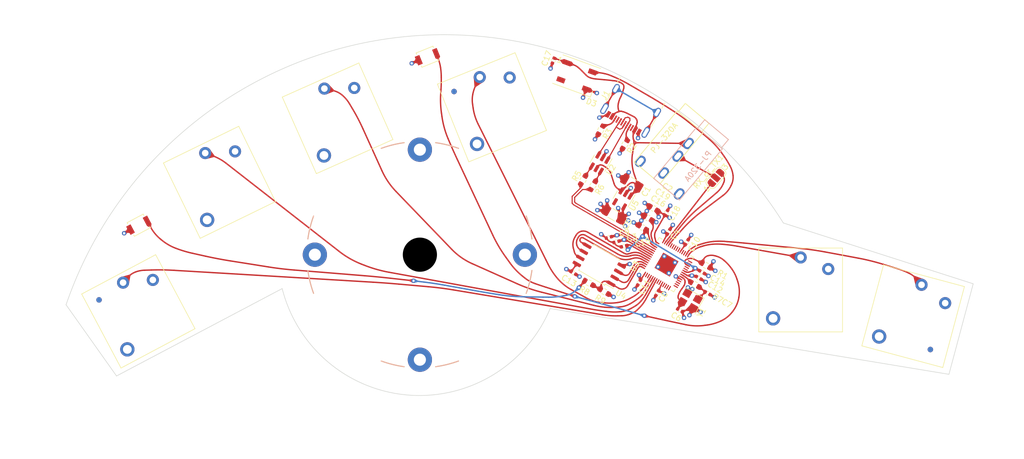
<source format=kicad_pcb>
(kicad_pcb (version 20221018) (generator pcbnew)
  (layers (0 "F.Cu" signal) (1 "In1.Cu" signal) (2 "In2.Cu" signal) (31 "B.Cu" signal) (34 "B.Paste" user) (35 "F.Paste" user) (36 "B.SilkS" user "B.Silkscreen") (37 "F.SilkS" user "F.Silkscreen") (38 "B.Mask" user) (39 "F.Mask" user) (44 "Edge.Cuts" user))
  (net 0 "")
  (net 1 "GND")
  (net 2 "BOOT")
  (net 3 "VBUS")
  (net 4 "+3V3")
  (net 5 "Net-(U3-XIN)")
  (net 6 "Net-(C7-Pad2)")
  (net 7 "+1V1")
  (net 9 "STATUS_LED")
  (net 10 "INDEX")
  (net 11 "MIDDLE")
  (net 12 "PINKY")
  (net 13 "RUN")
  (net 14 "USB_D+")
  (net 15 "USB_FIL_D+")
  (net 16 "USB_D-")
  (net 17 "USB_FIL_D-")
  (net 18 "Net-(U3-XOUT)")
  (net 19 "QSPI_~{SS}")
  (net 20 "RING")
  (net 21 "TFAR")
  (net 22 "TNEAR")
  (net 23 "USB_RAW_D-")
  (net 24 "USB_RAW_D+")
  (net 43 "QSPI_SD3")
  (net 44 "QSPI_SCLK")
  (net 45 "QSPI_SD0")
  (net 46 "QSPI_SD2")
  (net 47 "QSPI_SD1")
  (net 49 "Net-(RX_or_TX1-C)")
  (net 50 "UART0_RX")
  (net 51 "UART0_TX")
  (net 52 "unconnected-(J1-SHIELD-PadS1)")
  (net 57 "Net-(J1-CC2)")
  (net 58 "Net-(J1-CC1)")
  (footprint "Button_Switch_SMD:SW_SPST_B3U-1000P" (layer "F.Cu") (at 44.01 60.65 28)
    (fp_text reference "BOOT1" hide)
    (fp_text value "TACT")
  )
  (footprint "Capacitor_SMD:C_0402_1005Metric" (layer "F.Cu") (at 146.178615 69.162504 -30)
    (fp_text reference "C14")
    (fp_text value "100n")
  )
  (footprint "Capacitor_SMD:C_0402_1005Metric" (layer "F.Cu") (at 138.050897 72.970001 -120)
    (fp_text reference "C8")
    (fp_text value "100n")
  )
  (footprint "Capacitor_SMD:C_0402_1005Metric" (layer "F.Cu") (at 147.203486 72.987376 150)
    (fp_text reference "C7")
    (fp_text value "15p")
  )
  (footprint "Capacitor_SMD:C_0402_1005Metric" (layer "F.Cu") (at 145.578615 70.201735 -30)
    (fp_text reference "C12")
    (fp_text value "100n")
  )
  (footprint "Capacitor_SMD:C_0402_1005Metric" (layer "F.Cu") (at 129.263363 62.86058 -165)
    (fp_text reference "C9")
    (fp_text value "100n")
  )
  (footprint "Capacitor_SMD:C_0402_1005Metric" (layer "F.Cu") (at 122.84414 69.311956 -30)
    (fp_text reference "C13")
    (fp_text value "100n")
  )
  (footprint "Resistor_SMD:R_0603_1608Metric" (layer "F.Cu") (at 126.4 53.4625 -120)
    (fp_text reference "R6")
    (fp_text value "27R")
  )
  (footprint "PCM_Switch_Keyboard_Kailh:SW_Kailh_Choc_V1V2_1.00u" (layer "F.Cu") (at 164.073034 72.4)
    (fp_text reference "TNEAR1" hide)
    (fp_text value "SW")
  )
  (footprint "Capacitor_SMD:C_0402_1005Metric" (layer "F.Cu") (at 132.034644 64.46058 -165)
    (fp_text reference "C15")
    (fp_text value "100n")
  )
  (footprint "Resistor_SMD:R_0603_1608Metric" (layer "F.Cu") (at 144.878615 71.41417 150)
    (fp_text reference "R7")
    (fp_text value "1k")
  )
  (footprint "PCM_Switch_Keyboard_Kailh:SW_Kailh_Choc_V1V2_1.00u" (layer "F.Cu") (at 108.073034 39.261558 22)
    (fp_text reference "INDEX1" hide)
    (fp_text value "SW")
  )
  (footprint "Capacitor_SMD:C_0603_1608Metric" (layer "F.Cu") (at 136.373876 59.344813 150)
    (fp_text reference "C19")
    (fp_text value "1u")
  )
  (footprint "Capacitor_SMD:C_0402_1005Metric" (layer "F.Cu") (at 142.178615 76.090707 150)
    (fp_text reference "C6")
    (fp_text value "15p")
  )
  (footprint "Resistor_SMD:R_0603_1608Metric" (layer "F.Cu") (at 125.644141 71.111957 -30)
    (fp_text reference "R8")
    (fp_text value "1k")
  )
  (footprint "PCM_Switch_Keyboard_Kailh:SW_Kailh_Choc_V1V2_1.00u" (layer "F.Cu") (at 58.644874 52.868831 26)
    (fp_text reference "RING1" hide)
    (fp_text value "SW")
  )
  (footprint "Capacitor_SMD:C_1206_3216Metric" (layer "F.Cu") (at 130.146386 58.759275 150)
    (fp_text reference "C5")
    (fp_text value "1u")
  )
  (footprint "PCM_Switch_Keyboard_Kailh:SW_Kailh_Choc_V1V2_1.00u" (layer "F.Cu") (at 80.073034 41.261558 24)
    (fp_text reference "MIDDLE1" hide)
    (fp_text value "SW")
  )
  (footprint "LED_SMD:LED_WS2812B_PLCC4_5.0x5.0mm_P3.2mm" (layer "F.Cu") (at 123.44 33.57 -20)
    (fp_text reference "D3")
    (fp_text value "WS2812B")
  )
  (footprint "Resistor_SMD:R_0603_1608Metric" (layer "F.Cu") (at 124.6 52.4625 -120)
    (fp_text reference "R5")
    (fp_text value "27R")
  )
  (footprint "tinykeys:dualfiducial" (layer "F.Cu") (at 187.6 83.2)
    (fp_text reference "FID3" hide)
    (fp_text value "Fiducial")
  )
  (footprint "tinykeys:dualfiducial" (layer "F.Cu") (at 36.8 74.2)
    (fp_text reference "FID1" hide)
    (fp_text value "Fiducial")
  )
  (footprint "PCM_Switch_Keyboard_Kailh:SW_Kailh_Choc_V1V2_1.00u" (layer "F.Cu") (at 184.473034 77.161558 -15)
    (fp_text reference "TFAR1" hide)
    (fp_text value "SW")
  )
  (footprint "Capacitor_SMD:C_1206_3216Metric" (layer "F.Cu") (at 133.446386 53.043508 150)
    (fp_text reference "C1")
    (fp_text value "DNP")
  )
  (footprint "Package_TO_SOT_SMD:SOT-23-6" (layer "F.Cu") (at 127.6 49.4 -120)
    (fp_text reference "U2")
    (fp_text value "USBLC6-2SC6")
  )
  (footprint "Capacitor_SMD:C_0402_1005Metric" (layer "F.Cu") (at 130.649002 63.66058 -165)
    (fp_text reference "C3")
    (fp_text value "100n")
  )
  (footprint "tinykeys:dualfiducial" (layer "F.Cu") (at 101.2 36.4)
    (fp_text reference "FID2" hide)
    (fp_text value "Fiducial")
  )
  (footprint "Capacitor_SMD:C_0603_1608Metric" (layer "F.Cu") (at 137.373874 57.612762 150)
    (fp_text reference "C2")
    (fp_text value "1u")
  )
  (footprint "Capacitor_SMD:C_0402_1005Metric" (layer "F.Cu") (at 119.2 30.8 -110)
    (fp_text reference "C17")
    (fp_text value "100n")
  )
  (footprint "Capacitor_SMD:C_0603_1608Metric" (layer "F.Cu") (at 135.373874 61.076864 150)
    (fp_text reference "C16")
    (fp_text value "1u")
  )
  (footprint "Capacitor_SMD:C_0402_1005Metric" (layer "F.Cu") (at 143.420897 63.720001 60)
    (fp_text reference "C10")
    (fp_text value "100n")
  )
  (footprint "Resistor_SMD:R_0603_1608Metric" (layer "F.Cu") (at 128.444141 72.711956 150)
    (fp_text reference "R9")
    (fp_text value "10k")
  )
  (footprint "Package_SO:SOIC-8_5.23x5.23mm_P1.27mm" (layer "F.Cu") (at 127.535729 67.832932 150)
    (fp_text reference "U4")
    (fp_text value "W25Q128JVS")
  )
  (footprint "Capacitor_SMD:C_0402_1005Metric" (layer "F.Cu") (at 140.13 61.82 60)
    (fp_text reference "C4")
    (fp_text value "100n")
  )
  (footprint "tinykeys:TRRS-PJ-320A" (layer "F.Cu") (at 145.771833 43.371128 -40)
    (fp_text reference "J2")
    (fp_text value "AudioJack4")
  )
  (footprint "Resistor_SMD:R_0603_1608Metric" (layer "F.Cu") (at 146.878614 67.950068 150)
    (fp_text reference "R1")
    (fp_text value "10k")
  )
  (footprint "Connector_USB:USB_C_Receptacle_GCT_USB4105-xx-A_16P_TopMnt_Horizontal" (layer "F.Cu") (at 133.775 38.968853 150)
    (fp_text reference "J1")
    (fp_text value "USB_C_Receptacle_USB2.0")
  )
  (footprint "Crystal:Crystal_SMD_3225-4Pin_3.2x2.5mm" (layer "F.Cu") (at 144.009833 74.318945 150)
    (fp_text reference "Y1")
    (fp_text value "12MHz")
  )
  (footprint "PCM_Switch_Keyboard_Kailh:SW_Kailh_Choc_V1V2_1.00u" (layer "F.Cu") (at 43.929246 76.279464 28)
    (fp_text reference "PINKY1" hide)
    (fp_text value "SW")
  )
  (footprint "Jumper:SolderJumper-3_P1.3mm_Open_RoundedPad1.0x1.5mm_NumberLabels" (layer "F.Cu") (at 148.71 52.07 50)
    (fp_text reference "RX_or_TX1")
    (fp_text value "Jumper_3_Open")
  )
  (footprint "Resistor_SMD:R_0603_1608Metric" (layer "F.Cu") (at 132.2 46 -120)
    (fp_text reference "R2")
    (fp_text value "5K1")
  )
  (footprint "Capacitor_SMD:C_0402_1005Metric" (layer "F.Cu") (at 139.692337 58.39707 60)
    (fp_text reference "C18")
    (fp_text value "100n")
  )
  (footprint "tinykeys:Tenting_Puck" (layer "F.Cu") (at 95 66)
    (fp_text reference "H1")
    (fp_text value "MountingHole_Pad")
  )
  (footprint "Resistor_SMD:R_0603_1608Metric" (layer "F.Cu") (at 127.8 43.4 -120)
    (fp_text reference "R3")
    (fp_text value "5K1")
  )
  (footprint "Button_Switch_SMD:SW_SPST_B3U-1000P" (layer "F.Cu") (at 96.37 30.09 22)
    (fp_text reference "RESET1" hide)
    (fp_text value "TACT")
  )
  (footprint "Package_DFN_QFN:QFN-56-1EP_7x7mm_P0.4mm_EP3.2x3.2mm" (layer "F.Cu") (at 139.736961 67.804776 60)
    (fp_text reference "U3")
    (fp_text value "RP2040")
  )
  (footprint "Package_TO_SOT_SMD:SOT-23-5" (layer "F.Cu") (at 131.791474 55.889896 -120)
    (fp_text reference "U5")
    (fp_text value "TLV70033DDCR")
  )
  (footprint "Capacitor_SMD:C_0402_1005Metric" (layer "F.Cu") (at 134.76 71.07 -120)
    (fp_text reference "C11")
    (fp_text value "100n")
  )
  (gr_arc (start 118.629999 75.77) (mid 93.020745 91.471302) (end 70.021481 72.147778) (stroke (width 0.1)) (layer "Edge.Cuts"))
  (gr_line (start 39.97 88) (end 70.021481 72.147778) (stroke (width 0.1)) (layer "Edge.Cuts"))
  (gr_line (start 39.97 88) (end 30.817464 75.085986) (stroke (width 0.1)) (layer "Edge.Cuts"))
  (gr_line (start 190.97 87.7) (end 118.629999 75.77) (stroke (width 0.1)) (layer "Edge.Cuts"))
  (gr_arc (start 30.817464 75.085986) (mid 91.184392 26.565447) (end 160.926538 60.246925) (stroke (width 0.1)) (layer "Edge.Cuts"))
  (gr_line (start 195.37 71.28) (end 160.926538 60.246925) (stroke (width 0.1)) (layer "Edge.Cuts"))
  (gr_line (start 195.37 71.28) (end 190.97 87.7) (stroke (width 0.1)) (layer "Edge.Cuts"))
  (segment (start 123.96 69.98) (end 123.259832 69.551956) (width 0.25) (layer "F.Cu") (net 1))
  (segment (start 135.702706 58.957313) (end 136.17 58.08) (width 0.25) (layer "F.Cu") (net 1))
  (segment (start 139.53848 67.052388) (end 139.34 66.3) (width 0.25) (layer "F.Cu") (net 1))
  (segment (start 140.41 57.12) (end 139.932337 57.981378) (width 0.25) (layer "F.Cu") (net 1))
  (segment (start 142.594307 76.330707) (end 142.92 77.46) (width 0.25) (layer "F.Cu") (net 1))
  (segment (start 143.62 71.94) (end 143.482205 73.032823) (width 0.25) (layer "F.Cu") (net 1))
  (segment (start 133.27 53.91) (end 132.360224 54.904792) (width 0.25) (layer "F.Cu") (net 1))
  (segment (start 131.23 47.63) (end 131.7875 46.714471) (width 0.25) (layer "F.Cu") (net 1))
  (segment (start 127.11 36.68) (end 125.177914 35.958442) (width 0.25) (layer "F.Cu") (net 1))
  (segment (start 93.52 31.29) (end 94.793787 30.726831) (width 0.25) (layer "F.Cu") (net 1))
  (segment (start 132.88 51.05) (end 132.168999 52.306008) (width 0.25) (layer "F.Cu") (net 1))
  (segment (start 128.471334 62.73316) (end 127.88 62.28) (width 0.25) (layer "F.Cu") (net 1))
  (segment (start 128.86 47.25) (end 128.16875 48.414896) (width 0.25) (layer "F.Cu") (net 1))
  (segment (start 127.56 41.14) (end 129.163719 40.555826) (width 0.25) (layer "F.Cu") (net 1))
  (segment (start 133.77 60.15) (end 134.702704 60.689364) (width 0.25) (layer "F.Cu") (net 1))
  (segment (start 133.92 72.31) (end 134.52 71.485692) (width 0.25) (layer "F.Cu") (net 1))
  (segment (start 118.7 32.23) (end 119.03583 31.251052) (width 0.25) (layer "F.Cu") (net 1))
  (segment (start 146.86 70.96) (end 145.994307 70.441735) (width 0.25) (layer "F.Cu") (net 1))
  (segment (start 148.46 73.75) (end 147.619178 73.227376) (width 0.25) (layer "F.Cu") (net 1))
  (segment (start 129.797795 63.710136) (end 129.736248 63.698277) (width 0.25) (layer "F.Cu") (net 1))
  (segment (start 126.76 45.07) (end 127.3875 44.114471) (width 0.25) (layer "F.Cu") (net 1))
  (segment (start 144.537461 75.605067) (end 143.89 76.97) (width 0.25) (layer "F.Cu") (net 1))
  (segment (start 135.78 56.61) (end 136.702704 57.225262) (width 0.25) (layer "F.Cu") (net 1))
  (segment (start 139.943673 68.554944) (end 140.16 69.34) (width 0.25) (layer "F.Cu") (net 1))
  (segment (start 140.89 60.6) (end 140.37 61.404308) (width 0.25) (layer "F.Cu") (net 1))
  (segment (start 135.17 59.81) (end 135.702706 58.957313) (width 0.25) (layer "F.Cu") (net 1))
  (segment (start 134.76 58.4) (end 135.702706 58.957313) (width 0.25) (layer "F.Cu") (net 1))
  (segment (start 127.77 56.79) (end 128.868999 58.021775) (width 0.25) (layer "F.Cu") (net 1))
  (segment (start 128.97 56.16) (end 128.868999 58.021775) (width 0.25) (layer "F.Cu") (net 1))
  (segment (start 137.33 74.27) (end 137.810897 73.385693) (width 0.25) (layer "F.Cu") (net 1))
  (segment (start 127.19 57.92) (end 128.868999 58.021775) (width 0.25) (layer "F.Cu") (net 1))
  (segment (start 144.537461 75.605067) (end 145.91 76.4) (width 0.25) (layer "F.Cu") (net 1))
  (segment (start 130.98 51.63) (end 132.168999 52.306008) (width 0.25) (layer "F.Cu") (net 1))
  (segment (start 135.17 59.81) (end 134.702704 60.689364) (width 0.25) (layer "F.Cu") (net 1))
  (segment (start 144.22 62.42) (end 143.660897 63.304309) (width 0.25) (layer "F.Cu") (net 1))
  (segment (start 147.35 69.86) (end 146.594307 69.402504) (width 0.25) (layer "F.Cu") (net 1))
  (segment (start 125.177914 35.958442) (end 124.59 37.52) (width 0.25) (layer "F.Cu") (net 1))
  (segment (start 144.41 72.23) (end 143.482205 73.032823) (width 0.25) (layer "F.Cu") (net 1))
  (segment (start 141.42 69.93) (end 142.213923 70.389551) (width 0.25) (layer "F.Cu") (net 1))
  (segment (start 131.066465 64.480161) (end 131.571 64.584813) (width 0.25) (layer "F.Cu") (net 1))
  (segment (start 41.35 62.11) (end 42.508989 61.448102) (width 0.25) (layer "F.Cu") (net 1))
  (segment (start 138.984545 68.003152) (end 138.2 68.21) (width 0.25) (layer "F.Cu") (net 1))
  (segment (start 144.537461 75.605067) (end 142.594307 76.330707) (width 0.25) (layer "F.Cu") (net 1))
  (segment (start 140.491679 67.615349) (end 141.27 67.42) (width 0.25) (layer "F.Cu") (net 1))
  (segment (start 133.06 67.69) (end 131.60592 67.983154) (width 0.25) (layer "F.Cu") (net 1))
  (segment (start 134.57 44.85) (end 134.706281 43.755826) (width 0.25) (layer "F.Cu") (net 1))
  (segment (start 136.702704 57.225262) (end 136.17 58.08) (width 0.25) (layer "F.Cu") (net 1))
  (via (at 41.35 62.11) (size 0.8) (drill 0.4) (layers "F.Cu" "B.Cu") (net 1))
  (via (at 133.06 67.69) (size 0.8) (drill 0.4) (layers "F.Cu" "B.Cu") (net 1))
  (via (at 133.92 72.31) (size 0.8) (drill 0.4) (layers "F.Cu" "B.Cu") (net 1))
  (via (at 137.33 74.27) (size 0.8) (drill 0.4) (layers "F.Cu" "B.Cu") (net 1))
  (via (at 127.77 56.79) (size 0.8) (drill 0.4) (layers "F.Cu" "B.Cu") (net 1))
  (via (at 133.27 53.91) (size 0.8) (drill 0.4) (layers "F.Cu" "B.Cu") (net 1))
  (via (at 148.46 73.75) (size 0.8) (drill 0.4) (layers "F.Cu" "B.Cu") (net 1))
  (via (at 139.34 66.3) (size 0.8) (drill 0.4) (layers "F.Cu" "B.Cu") (net 1))
  (via (at 93.52 31.29) (size 0.8) (drill 0.4) (layers "F.Cu" "B.Cu") (net 1))
  (via (at 132.88 51.05) (size 0.8) (drill 0.4) (layers "F.Cu" "B.Cu") (net 1))
  (via (at 134.76 58.4) (size 0.8) (drill 0.4) (layers "F.Cu" "B.Cu") (net 1))
  (via (at 135.17 59.81) (size 0.8) (drill 0.4) (layers "F.Cu" "B.Cu") (net 1))
  (via (at 140.89 60.6) (size 0.8) (drill 0.4) (layers "F.Cu" "B.Cu") (net 1))
  (via (at 133.77 60.15) (size 0.8) (drill 0.4) (layers "F.Cu" "B.Cu") (net 1))
  (via (at 143.62 71.94) (size 0.8) (drill 0.4) (layers "F.Cu" "B.Cu") (net 1))
  (via (at 141.42 69.93) (size 0.8) (drill 0.4) (layers "F.Cu" "B.Cu") (net 1))
  (via (at 143.89 76.97) (size 0.8) (drill 0.4) (layers "F.Cu" "B.Cu") (net 1))
  (via (at 135.78 56.61) (size 0.8) (drill 0.4) (layers "F.Cu" "B.Cu") (net 1))
  (via (at 130.98 51.63) (size 0.8) (drill 0.4) (layers "F.Cu" "B.Cu") (net 1))
  (via (at 128.97 56.16) (size 0.8) (drill 0.4) (layers "F.Cu" "B.Cu") (net 1))
  (via (at 141.27 67.42) (size 0.8) (drill 0.4) (layers "F.Cu" "B.Cu") (net 1))
  (via (at 127.19 57.92) (size 0.8) (drill 0.4) (layers "F.Cu" "B.Cu") (net 1))
  (via (at 144.22 62.42) (size 0.8) (drill 0.4) (layers "F.Cu" "B.Cu") (net 1))
  (via (at 140.41 57.12) (size 0.8) (drill 0.4) (layers "F.Cu" "B.Cu") (net 1))
  (via (at 127.88 62.28) (size 0.8) (drill 0.4) (layers "F.Cu" "B.Cu") (net 1))
  (via (at 124.59 37.52) (size 0.8) (drill 0.4) (layers "F.Cu" "B.Cu") (net 1))
  (via (at 142.92 77.46) (size 0.8) (drill 0.4) (layers "F.Cu" "B.Cu") (net 1))
  (via (at 118.7 32.23) (size 0.8) (drill 0.4) (layers "F.Cu" "B.Cu") (net 1))
  (via (at 126.76 45.07) (size 0.8) (drill 0.4) (layers "F.Cu" "B.Cu") (net 1))
  (via (at 147.35 69.86) (size 0.8) (drill 0.4) (layers "F.Cu" "B.Cu") (net 1))
  (via (at 144.41 72.23) (size 0.8) (drill 0.4) (layers "F.Cu" "B.Cu") (net 1))
  (via (at 136.17 58.08) (size 0.8) (drill 0.4) (layers "F.Cu" "B.Cu") (net 1))
  (via (at 131.23 47.63) (size 0.8) (drill 0.4) (layers "F.Cu" "B.Cu") (net 1))
  (via (at 128.86 47.25) (size 0.8) (drill 0.4) (layers "F.Cu" "B.Cu") (net 1))
  (via (at 138.2 68.21) (size 0.8) (drill 0.4) (layers "F.Cu" "B.Cu") (net 1))
  (via (at 134.57 44.85) (size 0.8) (drill 0.4) (layers "F.Cu" "B.Cu") (net 1))
  (via (at 127.11 36.68) (size 0.8) (drill 0.4) (layers "F.Cu" "B.Cu") (net 1))
  (via (at 123.96 69.98) (size 0.8) (drill 0.4) (layers "F.Cu" "B.Cu") (net 1))
  (via (at 145.91 76.4) (size 0.8) (drill 0.4) (layers "F.Cu" "B.Cu") (net 1))
  (via (at 140.16 69.34) (size 0.8) (drill 0.4) (layers "F.Cu" "B.Cu") (net 1))
  (via (at 127.56 41.14) (size 0.8) (drill 0.4) (layers "F.Cu" "B.Cu") (net 1))
  (via (at 146.86 70.96) (size 0.8) (drill 0.4) (layers "F.Cu" "B.Cu") (net 1))
  (arc (start 139.943673 68.554944) (mid 139.577493 68.081962) (end 138.984545 68.003152) (width 0.25) (layer "F.Cu") (net 1))
  (arc (start 129.064859 63.302406) (mid 129.366331 63.558382) (end 129.736248 63.698277) (width 0.25) (layer "F.Cu") (net 1))
  (arc (start 138.984545 68.003152) (mid 139.458441 67.642504) (end 139.53848 67.052388) (width 0.25) (layer "F.Cu") (net 1))
  (arc (start 140.491679 67.615349) (mid 140.019911 67.969802) (end 139.943673 68.554944) (width 0.25) (layer "F.Cu") (net 1))
  (arc (start 130.432679 64.092406) (mid 130.715839 64.34142) (end 131.066465 64.480161) (width 0.25) (layer "F.Cu") (net 1))
  (arc (start 129.797795 63.710136) (mid 130.149191 63.844879) (end 130.432679 64.092406) (width 0.25) (layer "F.Cu") (net 1))
  (arc (start 128.471334 62.73316) (mid 128.783859 63.001348) (end 129.064859 63.302406) (width 0.25) (layer "F.Cu") (net 1))
  (arc (start 139.53848 67.052388) (mid 139.899475 67.529607) (end 140.491679 67.615349) (width 0.25) (layer "F.Cu") (net 1))
  (segment (start 123.86 71.97) (end 124.92967 70.699457) (width 0.25) (layer "F.Cu") (net 2))
  (segment (start 89.648551 70.269906) (end 93.85 70.738861) (width 0.25) (layer "F.Cu") (net 2))
  (segment (start 56.083011 66.262609) (end 53.78484 65.752737) (width 0.25) (layer "F.Cu") (net 2))
  (segment (start 60.683701 67.136806) (end 67.536596 68.22324) (width 0.25) (layer "F.Cu") (net 2))
  (segment (start 72.184596 68.77976) (end 84.98469 69.82018) (width 0.25) (layer "F.Cu") (net 2))
  (segment (start 47.901796 63.132989) (end 48.068051 63.272561) (width 0.25) (layer "F.Cu") (net 2))
  (segment (start 46.180505 61.050949) (end 45.511011 59.851898) (width 0.25) (layer "F.Cu") (net 2))
  (via (at 123.86 71.97) (size 0.8) (drill 0.4) (layers "F.Cu" "B.Cu") (net 2))
  (via (at 93.85 70.738861) (size 0.8) (drill 0.4) (layers "F.Cu" "B.Cu") (net 2))
  (arc (start 84.98469 69.82018) (mid 87.31831 70.027522) (end 89.648551 70.269906) (width 0.25) (layer "F.Cu") (net 2))
  (arc (start 56.083011 66.262609) (mid 58.376679 66.734845) (end 60.683701 67.136806) (width 0.25) (layer "F.Cu") (net 2))
  (arc (start 46.180505 61.050949) (mid 46.946367 62.170329) (end 47.901796 63.132989) (width 0.25) (layer "F.Cu") (net 2))
  (arc (start 67.536596 68.22324) (mid 69.855299 68.545733) (end 72.184596 68.77976) (width 0.25) (layer "F.Cu") (net 2))
  (arc (start 50.76 64.85) (mid 52.25623 65.355614) (end 53.78484 65.752737) (width 0.25) (layer "F.Cu") (net 2))
  (arc (start 48.068051 63.272561) (mid 49.347489 64.174826) (end 50.76 64.85) (width 0.25) (layer "F.Cu") (net 2))
  (segment (start 120.989999 73.474999) (end 121.583418 73.364017) (width 0.25) (layer "B.Cu") (net 2))
  (segment (start 95.73 70.96443) (end 93.85 70.738861) (width 0.25) (layer "B.Cu") (net 2))
  (segment (start 99.63 71.555) (end 103.670257 72.283571) (width 0.25) (layer "B.Cu") (net 2))
  (segment (start 109.205 73.229999) (end 109.403474 73.261169) (width 0.25) (layer "B.Cu") (net 2))
  (segment (start 117.340495 73.692984) (end 118.347375 73.704611) (width 0.25) (layer "B.Cu") (net 2))
  (segment (start 123.248703 72.524553) (end 122.885 72.795) (width 0.25) (layer "B.Cu") (net 2))
  (segment (start 123.86 71.97) (end 123.665 72.165) (width 0.25) (layer "B.Cu") (net 2))
  (segment (start 104.883114 72.50184) (end 103.670257 72.283571) (width 0.25) (layer "B.Cu") (net 2))
  (segment (start 99.473309 71.526687) (end 99.63 71.555) (width 0.25) (layer "B.Cu") (net 2))
  (arc (start 104.883114 72.50184) (mid 107.042028 72.877959) (end 109.205 73.229999) (width 0.25) (layer "B.Cu") (net 2))
  (arc (start 109.403474 73.261169) (mid 111.375874 73.505223) (end 113.36 73.62) (width 0.25) (layer "B.Cu") (net 2))
  (arc (start 113.36 73.62) (mid 115.350123 73.663245) (end 117.340495 73.692984) (width 0.25) (layer "B.Cu") (net 2))
  (arc (start 122.885 72.795) (mid 122.266676 73.153774) (end 121.583418 73.364017) (width 0.25) (layer "B.Cu") (net 2))
  (arc (start 118.347375 73.704611) (mid 119.674329 73.654745) (end 120.989999 73.474999) (width 0.25) (layer "B.Cu") (net 2))
  (arc (start 123.665 72.165) (mid 123.463416 72.352378) (end 123.248703 72.524553) (width 0.25) (layer "B.Cu") (net 2))
  (arc (start 95.73 70.96443) (mid 97.605826 71.217785) (end 99.473309 71.526687) (width 0.25) (layer "B.Cu") (net 2))
  (segment (start 121.702086 31.181558) (end 119.36417 30.348948) (width 0.25) (layer "F.Cu") (net 3))
  (segment (start 134.013461 43.355826) (end 134.263494 42.57071) (width 0.25) (layer "F.Cu") (net 3))
  (segment (start 123.734999 32.05) (end 123.76571 32.076206) (width 0.25) (layer "F.Cu") (net 3))
  (segment (start 125.06109 33.338984) (end 125.181736 33.458839) (width 0.25) (layer "F.Cu") (net 3))
  (segment (start 131.576892 39.991705) (end 131.815 40.055) (width 0.25) (layer "F.Cu") (net 3))
  (segment (start 131.968107 35.849133) (end 131.808938 36.412678) (width 0.25) (layer "F.Cu") (net 3))
  (segment (start 133.785381 46.328964) (end 133.57 47.665) (width 0.25) (layer "F.Cu") (net 3))
  (segment (start 130.811285 40.139551) (end 130.955 40.094799) (width 0.25) (layer "F.Cu") (net 3))
  (segment (start 131.5375 54.429792) (end 130.97875 54.079896) (width 0.25) (layer "F.Cu") (net 3))
  (segment (start 134.723773 53.781008) (end 133.925602 51.543722) (width 0.25) (layer "F.Cu") (net 3))
  (segment (start 131.265 39.998266) (end 130.955 40.094799) (width 0.25) (layer "F.Cu") (net 3))
  (segment (start 128.72 50.134999) (end 128.27961 49.861329) (width 0.25) (layer "F.Cu") (net 3))
  (segment (start 133.992401 53.090526) (end 134.723773 53.781008) (width 0.25) (layer "F.Cu") (net 3))
  (segment (start 129.668653 51.355745) (end 130.221094 53.101457) (width 0.25) (layer "F.Cu") (net 3))
  (segment (start 129.97 34.419999) (end 130.327776 34.461817) (width 0.25) (layer "F.Cu") (net 3))
  (segment (start 128.427896 34.260315) (end 126.904879 34.122859) (width 0.25) (layer "F.Cu") (net 3))
  (segment (start 133.718559 44.948522) (end 133.74 45.04) (width 0.25) (layer "F.Cu") (net 3))
  (segment (start 134.723773 53.781008) (end 133.182948 55.379792) (width 0.25) (layer "F.Cu") (net 3))
  (segment (start 130.302375 40.464305) (end 129.856539 40.955826) (width 0.25) (layer "F.Cu") (net 3))
  (segment (start 132.981157 53.153475) (end 131.5375 54.429792) (width 0.25) (layer "F.Cu") (net 3))
  (segment (start 134.28 41.429999) (end 134.31328 41.490687) (width 0.25) (layer "F.Cu") (net 3))
  (segment (start 131.734999 35) (end 131.782191 35.037753) (width 0.25) (layer "F.Cu") (net 3))
  (segment (start 131.242708 34.712389) (end 131.125 34.665) (width 0.25) (layer "F.Cu") (net 3))
  (segment (start 121.702086 31.181558) (end 122.891968 31.575173) (width 0.25) (layer "F.Cu") (net 3))
  (segment (start 131.00005 39.573266) (end 131.073263 39.888403) (width 0.25) (layer "F.Cu") (net 3))
  (segment (start 133.80173 43.877913) (end 134.013461 43.355826) (width 0.25) (layer "F.Cu") (net 3))
  (segment (start 134.547274 45.689531) (end 143.714913 45.82247) (width 0.25) (layer "F.Cu") (net 3))
  (segment (start 130.993771 38.625318) (end 131.033081 38.445331) (width 0.25) (layer "F.Cu") (net 3))
  (segment (start 127.255246 50.003583) (end 127.03125 50.385104) (width 0.25) (layer "F.Cu") (net 3))
  (segment (start 132.574796 40.344318) (end 133.794439 40.960558) (width 0.25) (layer "F.Cu") (net 3))
  (arc (start 133.80173 43.877913) (mid 133.677118 44.406767) (end 133.718559 44.948522) (width 0.25) (layer "F.Cu") (net 3))
  (arc (start 131.073263 39.888403) (mid 131.145184 39.985127) (end 131.265 39.998266) (width 0.25) (layer "F.Cu") (net 3))
  (arc (start 133.992401 53.090526) (mid 133.759637 52.951803) (end 133.49 52.925) (width 0.25) (layer "F.Cu") (net 3))
  (arc (start 130.955 40.094799) (mid 131.054669 40.014828) (end 131.073263 39.888403) (width 0.25) (layer "F.Cu") (net 3))
  (arc (start 130.221094 53.101457) (mid 130.512813 53.658129) (end 130.97875 54.079896) (width 0.25) (layer "F.Cu") (net 3))
  (arc (start 130.993771 38.625318) (mid 130.944166 39.099641) (end 131.00005 39.573266) (width 0.25) (layer "F.Cu") (net 3))
  (arc (start 130.811285 40.139551) (mid 130.535096 40.26787) (end 130.302375 40.464305) (width 0.25) (layer "F.Cu") (net 3))
  (arc (start 134.31328 41.490687) (mid 134.401921 41.747868) (end 134.399889 42.019889) (width 0.25) (layer "F.Cu") (net 3))
  (arc (start 133.74 45.04) (mid 134.031845 45.503706) (end 134.547274 45.689531) (width 0.25) (layer "F.Cu") (net 3))
  (arc (start 131.808938 36.412678) (mid 131.633412 36.92939) (end 131.405 37.425) (width 0.25) (layer "F.Cu") (net 3))
  (arc (start 131.782191 35.037753) (mid 131.923041 35.201416) (end 131.995 35.405) (width 0.25) (layer "F.Cu") (net 3))
  (arc (start 133.794439 40.960558) (mid 134.072774 41.158502) (end 134.28 41.429999) (width 0.25) (layer "F.Cu") (net 3))
  (arc (start 128.27961 49.861329) (mid 128.008374 49.746444) (end 127.715 49.72) (width 0.25) (layer "F.Cu") (net 3))
  (arc (start 131.242708 34.712389) (mid 131.49937 34.838194) (end 131.734999 35) (width 0.25) (layer "F.Cu") (net 3))
  (arc (start 128.427896 34.260315) (mid 129.199473 34.335078) (end 129.97 34.419999) (width 0.25) (layer "F.Cu") (net 3))
  (arc (start 123.76571 32.076206) (mid 124.102673 32.377805) (end 124.425 32.695) (width 0.25) (layer "F.Cu") (net 3))
  (arc (start 131.576892 39.991705) (mid 131.420482 39.972942) (end 131.265 39.998266) (width 0.25) (layer "F.Cu") (net 3))
  (arc (start 124.425 32.695) (mid 124.741522 33.018495) (end 125.06109 33.338984) (width 0.25) (layer "F.Cu") (net 3))
  (arc (start 133.785381 46.328964) (mid 133.825736 45.682262) (end 133.74 45.04) (width 0.25) (layer "F.Cu") (net 3))
  (arc (start 130.327776 34.461817) (mid 130.733163 34.536823) (end 131.125 34.665) (width 0.25) (layer "F.Cu") (net 3))
  (arc (start 122.891968 31.575173) (mid 123.336522 31.771682) (end 123.734999 32.05) (width 0.25) (layer "F.Cu") (net 3))
  (arc (start 134.547274 45.689531) (mid 134.04731 45.867436) (end 133.785381 46.328964) (width 0.25) (layer "F.Cu") (net 3))
  (arc (start 127.715 49.72) (mid 127.449881 49.804657) (end 127.255246 50.003583) (width 0.25) (layer "F.Cu") (net 3))
  (arc (start 133.49 52.925) (mid 133.2182 53.000535) (end 132.981157 53.153475) (width 0.25) (layer "F.Cu") (net 3))
  (arc (start 125.975 33.937442) (mid 126.434983 34.055004) (end 126.904879 34.122859) (width 0.25) (layer "F.Cu") (net 3))
  (arc (start 125.181736 33.458839) (mid 125.549605 33.745813) (end 125.975 33.937442) (width 0.25) (layer "F.Cu") (net 3))
  (arc (start 131.995 35.405) (mid 132.005495 35.628516) (end 131.968107 35.849133) (width 0.25) (layer "F.Cu") (net 3))
  (arc (start 131.815 40.055) (mid 132.202428 40.179883) (end 132.574796 40.344318) (width 0.25) (layer "F.Cu") (net 3))
  (arc (start 134.399889 42.019889) (mid 134.340725 42.297536) (end 134.263494 42.57071) (width 0.25) (layer "F.Cu") (net 3))
  (arc (start 131.405 37.425) (mid 131.184676 37.922639) (end 131.033081 38.445331) (width 0.25) (layer "F.Cu") (net 3))
  (arc (start 133.57 47.665) (mid 133.50287 49.626816) (end 133.925602 51.543722) (width 0.25) (layer "F.Cu") (net 3))
  (arc (start 128.72 50.134999) (mid 129.30355 50.660493) (end 129.668653 51.355745) (width 0.25) (layer "F.Cu") (net 3))
  (segment (start 137.88 60.1) (end 137.045046 59.732313) (width 0.25) (layer "F.Cu") (net 4))
  (segment (start 137.947415 63.76936) (end 138.059998 63.83436) (width 0.25) (layer "F.Cu") (net 4))
  (segment (start 140.31 59.29) (end 139.452337 58.812762) (width 0.25) (layer "F.Cu") (net 4))
  (segment (start 138.290897 72.554309) (end 139.32 73.06) (width 0.25) (layer "F.Cu") (net 4))
  (segment (start 137.643583 62.990612) (end 137.801185 63.578789) (width 0.25) (layer "F.Cu") (net 4))
  (segment (start 138.045044 58.000262) (end 139.452335 58.812762) (width 0.25) (layer "F.Cu") (net 4))
  (segment (start 131.063766 62.378164) (end 130.74 62.464917) (width 0.25) (layer "F.Cu") (net 4))
  (segment (start 137.268164 60.565006) (end 137.045045 59.732312) (width 0.25) (layer "F.Cu") (net 4))
  (segment (start 134.75 69.68) (end 135 70.654308) (width 0.25) (layer "F.Cu") (net 4))
  (segment (start 130.74 62.464917) (end 129.727008 62.736348) (width 0.25) (layer "F.Cu") (net 4))
  (segment (start 135 70.654308) (end 135.766545 69.481738) (width 0.25) (layer "F.Cu") (net 4))
  (segment (start 131.423773 59.496775) (end 132.23 60.82) (width 0.25) (layer "F.Cu") (net 4))
  (segment (start 131.423773 59.496775) (end 132.9 58.59) (width 0.25) (layer "F.Cu") (net 4))
  (segment (start 139.89 62.235692) (end 139.204045 63.527814) (width 0.25) (layer "F.Cu") (net 4))
  (segment (start 142.39 63.64) (end 143.180897 64.135693) (width 0.25) (layer "F.Cu") (net 4))
  (segment (start 148.26 67.21) (end 147.593085 68.362568) (width 0.25) (layer "F.Cu") (net 4))
  (segment (start 131.423773 59.496775) (end 132.045448 57.35) (width 0.25) (layer "F.Cu") (net 4))
  (segment (start 138.290897 72.554309) (end 138.884236 71.281738) (width 0.25) (layer "F.Cu") (net 4))
  (segment (start 137.855973 64.165743) (end 137.86 64.18077) (width 0.25) (layer "F.Cu") (net 4))
  (segment (start 121.56 68.61) (end 122.428448 69.071956) (width 0.25) (layer "F.Cu") (net 4))
  (segment (start 137.27041 63.814966) (end 137.838473 64.142938) (width 0.25) (layer "F.Cu") (net 4))
  (segment (start 131.423773 59.496775) (end 130.96 57.54) (width 0.25) (layer "F.Cu") (net 4))
  (segment (start 131.423773 59.496775) (end 132.78 59.79) (width 0.25) (layer "F.Cu") (net 4))
  (segment (start 132.314969 63.288746) (end 136.859999 65.912821) (width 0.25) (layer "F.Cu") (net 4))
  (segment (start 132.03 63.290543) (end 131.112646 63.536347) (width 0.25) (layer "F.Cu") (net 4))
  (segment (start 143.427603 69.724092) (end 142.813923 69.350321) (width 0.25) (layer "F.Cu") (net 4))
  (segment (start 143.180897 64.135693) (end 142.321736 65.327814) (width 0.25) (layer "F.Cu") (net 4))
  (segment (start 131.677812 62.459004) (end 137.059999 65.566411) (width 0.25) (layer "F.Cu") (net 4))
  (segment (start 148.59 68.93) (end 147.593085 68.362568) (width 0.25) (layer "F.Cu") (net 4))
  (segment (start 144.33 69.79) (end 144.015 69.84) (width 0.25) (layer "F.Cu") (net 4))
  (segment (start 130.14 73.67) (end 129.158612 73.124456) (width 0.25) (layer "F.Cu") (net 4))
  (segment (start 138.045044 58.000262) (end 138.32 59.17) (width 0.25) (layer "F.Cu") (net 4))
  (segment (start 137.268974 63.778191) (end 136.984777 62.717549) (width 0.25) (layer "F.Cu") (net 4))
  (segment (start 132.03 63.290543) (end 132.128381 63.264182) (width 0.25) (layer "F.Cu") (net 4))
  (segment (start 139.89 62.235692) (end 139.15 61.79) (width 0.25) (layer "F.Cu") (net 4))
  (segment (start 137.821798 61.636934) (end 139.452335 58.812762) (width 0.25) (layer "F.Cu") (net 4))
  (segment (start 144.33 69.79) (end 145.162923 69.961735) (width 0.25) (layer "F.Cu") (net 4))
  (segment (start 122.428448 69.071956) (end 123.465538 67.68271) (width 0.25) (layer "F.Cu") (net 4))
  (via (at 130.14 73.67) (size 0.8) (drill 0.4) (layers "F.Cu" "B.Cu") (net 4))
  (via (at 148.26 67.21) (size 0.8) (drill 0.4) (layers "F.Cu" "B.Cu") (net 4))
  (via (at 140.31 59.29) (size 0.8) (drill 0.4) (layers "F.Cu" "B.Cu") (net 4))
  (via (at 130.96 57.54) (size 0.8) (drill 0.4) (layers "F.Cu" "B.Cu") (net 4))
  (via (at 144.33 69.79) (size 0.8) (drill 0.4) (layers "F.Cu" "B.Cu") (net 4))
  (via (at 134.75 69.68) (size 0.8) (drill 0.4) (layers "F.Cu" "B.Cu") (net 4))
  (via (at 132.03 63.290543) (size 0.8) (drill 0.4) (layers "F.Cu" "B.Cu") (net 4))
  (via (at 132.9 58.59) (size 0.8) (drill 0.4) (layers "F.Cu" "B.Cu") (net 4))
  (via (at 142.39 63.64) (size 0.8) (drill 0.4) (layers "F.Cu" "B.Cu") (net 4))
  (via (at 138.32 59.17) (size 0.8) (drill 0.4) (layers "F.Cu" "B.Cu") (net 4))
  (via (at 139.32 73.06) (size 0.8) (drill 0.4) (layers "F.Cu" "B.Cu") (net 4))
  (via (at 132.23 60.82) (size 0.8) (drill 0.4) (layers "F.Cu" "B.Cu") (net 4))
  (via (at 139.15 61.79) (size 0.8) (drill 0.4) (layers "F.Cu" "B.Cu") (net 4))
  (via (at 132.78 59.79) (size 0.8) (drill 0.4) (layers "F.Cu" "B.Cu") (net 4))
  (via (at 148.59 68.93) (size 0.8) (drill 0.4) (layers "F.Cu" "B.Cu") (net 4))
  (via (at 130.74 62.464917) (size 0.8) (drill 0.4) (layers "F.Cu" "B.Cu") (net 4))
  (via (at 137.88 60.1) (size 0.8) (drill 0.4) (layers "F.Cu" "B.Cu") (net 4))
  (via (at 121.56 68.61) (size 0.8) (drill 0.4) (layers "F.Cu" "B.Cu") (net 4))
  (arc (start 137.268974 63.778191) (mid 137.269682 63.789) (end 137.266201 63.799258) (width 0.25) (layer "F.Cu") (net 4))
  (arc (start 137.268164 60.565006) (mid 137.304359 61.117234) (end 137.126471 61.641278) (width 0.25) (layer "F.Cu") (net 4))
  (arc (start 137.126471 61.641278) (mid 136.948582 62.165321) (end 136.984777 62.717549) (width 0.25) (layer "F.Cu") (net 4))
  (arc (start 132.314969 63.288746) (mid 132.224118 63.257906) (end 132.128381 63.264182) (width 0.25) (layer "F.Cu") (net 4))
  (arc (start 137.838473 64.142938) (mid 137.849491 64.1526) (end 137.855973 64.165743) (width 0.25) (layer "F.Cu") (net 4))
  (arc (start 143.427603 69.724092) (mid 143.710988 69.834313) (end 144.015 69.84) (width 0.25) (layer "F.Cu") (net 4))
  (arc (start 137.821798 61.636934) (mid 137.598059 62.296048) (end 137.643583 62.990612) (width 0.25) (layer "F.Cu") (net 4))
  (arc (start 137.801185 63.578789) (mid 137.855346 63.688618) (end 137.947415 63.76936) (width 0.25) (layer "F.Cu") (net 4))
  (arc (start 137.266201 63.799258) (mid 137.265052 63.807983) (end 137.27041 63.814966) (width 0.25) (layer "F.Cu") (net 4))
  (arc (start 131.677812 62.459004) (mid 131.378829 62.357513) (end 131.063766 62.378164) (width 0.25) (layer "F.Cu") (net 4))
  (segment (start 143.097246 70.92725) (end 143.09 71.045) (width 0.25) (layer "F.Cu") (net 5))
  (segment (start 142.489999 72.224999) (end 142.491231 72.223387) (width 0.25) (layer "F.Cu") (net 5))
  (segment (start 142.410386 74.848439) (end 141.762923 75.850707) (width 0.25) (layer "F.Cu") (net 5))
  (segment (start 142.741956 70.24305) (end 142.413923 70.043141) (width 0.25) (layer "F.Cu") (net 5))
  (segment (start 141.84964 73.508529) (end 141.87 73.43) (width 0.25) (layer "F.Cu") (net 5))
  (segment (start 142.286102 74.287533) (end 142.107468 74.175257) (width 0.25) (layer "F.Cu") (net 5))
  (segment (start 142.12154 72.807596) (end 142.067736 72.912041) (width 0.25) (layer "F.Cu") (net 5))
  (segment (start 142.884999 71.659999) (end 142.894879 71.644513) (width 0.25) (layer "F.Cu") (net 5))
  (arc (start 142.067736 72.912041) (mid 141.954478 73.165527) (end 141.87 73.43) (width 0.25) (layer "F.Cu") (net 5))
  (arc (start 143.09 71.045) (mid 143.030591 71.357173) (end 142.894879 71.644513) (width 0.25) (layer "F.Cu") (net 5))
  (arc (start 142.489999 72.224999) (mid 142.292909 72.508164) (end 142.12154 72.807596) (width 0.25) (layer "F.Cu") (net 5))
  (arc (start 142.884999 71.659999) (mid 142.694054 71.945844) (end 142.491231 72.223387) (width 0.25) (layer "F.Cu") (net 5))
  (arc (start 142.286102 74.287533) (mid 142.465433 74.542019) (end 142.410386 74.848439) (width 0.25) (layer "F.Cu") (net 5))
  (arc (start 141.84964 73.508529) (mid 141.830629 73.698343) (end 141.87 73.885) (width 0.25) (layer "F.Cu") (net 5))
  (arc (start 143.014633 70.535553) (mid 143.082473 70.725805) (end 143.097246 70.92725) (width 0.25) (layer "F.Cu") (net 5))
  (arc (start 142.741956 70.24305) (mid 142.898393 70.370564) (end 143.014633 70.535553) (width 0.25) (layer "F.Cu") (net 5))
  (arc (start 141.87 73.885) (mid 141.965017 74.049531) (end 142.107468 74.175257) (width 0.25) (layer "F.Cu") (net 5))
  (segment (start 146.787794 72.747376) (end 145.593086 71.82667) (width 0.25) (layer "F.Cu") (net 6))
  (segment (start 146.787794 72.747376) (end 145.387461 74.132823) (width 0.25) (layer "F.Cu") (net 6))
  (segment (start 135.38 62.68) (end 136.045044 61.464364) (width 0.25) (layer "F.Cu") (net 7))
  (segment (start 144.392296 68.986277) (end 143.789818 69.160868) (width 0.25) (layer "F.Cu") (net 7))
  (segment (start 136.142472 61.520612) (end 136.045044 61.464362) (width 0.25) (layer "F.Cu") (net 7))
  (segment (start 144.94 68.43) (end 145.762923 68.922504) (width 0.25) (layer "F.Cu") (net 7))
  (segment (start 137.318274 64.329885) (end 137.659999 64.527181) (width 0.25) (layer "F.Cu") (net 7))
  (segment (start 143.267624 69.121293) (end 143.013923 69.003911) (width 0.25) (layer "F.Cu") (net 7))
  (segment (start 144.94 68.43) (end 144.799496 68.669496) (width 0.25) (layer "F.Cu") (net 7))
  (segment (start 133.320489 64.331162) (end 136.659999 66.259231) (width 0.25) (layer "F.Cu") (net 7))
  (segment (start 136.842635 63.8263) (end 136.269017 61.68553) (width 0.25) (layer "F.Cu") (net 7))
  (segment (start 137.246689 64.236595) (end 137.086496 64.144107) (width 0.25) (layer "F.Cu") (net 7))
  (segment (start 132.72 65.12) (end 132.498288 64.336347) (width 0.25) (layer "F.Cu") (net 7))
  (segment (start 132.782141 64.260288) (end 132.498289 64.336347) (width 0.25) (layer "F.Cu") (net 7))
  (via (at 144.94 68.43) (size 0.8) (drill 0.4) (layers "F.Cu" "B.Cu") (net 7))
  (via (at 132.72 65.12) (size 0.8) (drill 0.4) (layers "F.Cu" "B.Cu") (net 7))
  (via (at 135.38 62.68) (size 0.8) (drill 0.4) (layers "F.Cu" "B.Cu") (net 7))
  (arc (start 136.842635 63.8263) (mid 136.932957 64.009457) (end 137.086496 64.144107) (width 0.25) (layer "F.Cu") (net 7))
  (arc (start 137.282482 64.28324) (mid 137.295739 64.310122) (end 137.318274 64.329885) (width 0.25) (layer "F.Cu") (net 7))
  (arc (start 137.246689 64.236595) (mid 137.269224 64.256357) (end 137.282482 64.28324) (width 0.25) (layer "F.Cu") (net 7))
  (arc (start 143.267624 69.121293) (mid 143.525143 69.188282) (end 143.789818 69.160868) (width 0.25) (layer "F.Cu") (net 7))
  (arc (start 136.142472 61.520612) (mid 136.222146 61.590485) (end 136.269017 61.68553) (width 0.25) (layer "F.Cu") (net 7))
  (arc (start 133.320489 64.331162) (mid 133.058364 64.242183) (end 132.782141 64.260288) (width 0.25) (layer "F.Cu") (net 7))
  (arc (start 144.799496 68.669496) (mid 144.626282 68.866946) (end 144.392296 68.986277) (width 0.25) (layer "F.Cu") (net 7))
  (segment (start 144.94 68.43) (end 135.38 62.68) (width 0.25) (layer "B.Cu") (net 7))
  (segment (start 132.72 65.12) (end 135.38 62.68) (width 0.25) (layer "B.Cu") (net 7))
  (segment (start 151.404999 53.539999) (end 151.50922 53.325242) (width 0.25) (layer "F.Cu") (net 9))
  (segment (start 140.977713 63.206861) (end 142.666933 61.328283) (width 0.25) (layer "F.Cu") (net 9))
  (segment (start 150.125576 48.0662) (end 149.72 47.5) (width 0.25) (layer "F.Cu") (net 9))
  (segment (start 127.173265 32.944239) (end 126.30658 32.857457) (width 0.25) (layer "F.Cu") (net 9))
  (segment (start 132.809978 35.044763) (end 136.575108 37.229737) (width 0.25) (layer "F.Cu") (net 9))
  (segment (start 146.436039 44.156188) (end 147.38875 44.966389) (width 0.25) (layer "F.Cu") (net 9))
  (segment (start 150.00429 55.241993) (end 146.097467 58.183808) (width 0.25) (layer "F.Cu") (net 9))
  (segment (start 129.727152 33.548825) (end 130.375 33.825) (width 0.25) (layer "F.Cu") (net 9))
  (segment (start 140.885467 39.880432) (end 140.45 39.6) (width 0.25) (layer "F.Cu") (net 9))
  (segment (start 151.287455 49.950962) (end 151.22 49.825) (width 0.25) (layer "F.Cu") (net 9))
  (segment (start 140.47911 63.81345) (end 140.243275 64.127814) (width 0.25) (layer "F.Cu") (net 9))
  (arc (start 146.097467 58.183808) (mid 144.306277 59.673216) (end 142.666933 61.328283) (width 0.25) (layer "F.Cu") (net 9))
  (arc (start 143.73 41.925) (mid 145.091509 43.030297) (end 146.436039 44.156188) (width 0.25) (layer "F.Cu") (net 9))
  (arc (start 151.287455 49.950962) (mid 151.627349 50.765476) (end 151.805 51.63) (width 0.25) (layer "F.Cu") (net 9))
  (arc (start 147.38875 44.966389) (mid 148.631896 46.161865) (end 149.72 47.5) (width 0.25) (layer "F.Cu") (net 9))
  (arc (start 140.885467 39.880432) (mid 142.333849 40.866381) (end 143.73 41.925) (width 0.25) (layer "F.Cu") (net 9))
  (arc (start 151.404999 53.539999) (mid 150.805869 54.474302) (end 150.00429 55.241993) (width 0.25) (layer "F.Cu") (net 9))
  (arc (start 128.475 33.15) (mid 129.110516 33.319772) (end 129.727152 33.548825) (width 0.25) (layer "F.Cu") (net 9))
  (arc (start 136.575108 37.229737) (mid 138.526275 38.392437) (end 140.45 39.6) (width 0.25) (layer "F.Cu") (net 9))
  (arc (start 127.173265 32.944239) (mid 127.827063 33.028574) (end 128.475 33.15) (width 0.25) (layer "F.Cu") (net 9))
  (arc (start 130.375 33.825) (mid 131.611226 34.397476) (end 132.809978 35.044763) (width 0.25) (layer "F.Cu") (net 9))
  (arc (start 150.125576 48.0662) (mid 150.701363 48.927818) (end 151.22 49.825) (width 0.25) (layer "F.Cu") (net 9))
  (arc (start 151.805 51.63) (mid 151.776159 52.498392) (end 151.50922 53.325242) (width 0.25) (layer "F.Cu") (net 9))
  (arc (start 140.977713 63.206861) (mid 140.721681 63.504623) (end 140.47911 63.81345) (width 0.25) (layer "F.Cu") (net 9))
  (segment (start 124.987509 73.737364) (end 122.422802 72.316228) (width 0.25) (layer "F.Cu") (net 10))
  (segment (start 133.477413 73.734662) (end 133.066465 73.955001) (width 0.25) (layer "F.Cu") (net 10))
  (segment (start 115.783165 62.763703) (end 117.87398 66.957719) (width 0.25) (layer "F.Cu") (net 10))
  (segment (start 104.654999 39.37) (end 104.556278 38.68553) (width 0.25) (layer "F.Cu") (net 10))
  (segment (start 136.324756 70.902738) (end 136.805775 70.081738) (width 0.25) (layer "F.Cu") (net 10))
  (segment (start 105.138172 35.275127) (end 105.862855 33.791173) (width 0.25) (layer "F.Cu") (net 10))
  (segment (start 135.121868 72.481868) (end 135.187583 72.412853) (width 0.25) (layer "F.Cu") (net 10))
  (segment (start 117.87398 66.957719) (end 118.265633 67.744684) (width 0.25) (layer "F.Cu") (net 10))
  (segment (start 115.783165 62.763703) (end 105.584165 42.340098) (width 0.25) (layer "F.Cu") (net 10))
  (segment (start 127.876016 74.68749) (end 128.620868 74.751401) (width 0.25) (layer "F.Cu") (net 10))
  (arc (start 104.654999 39.37) (mid 105.00056 40.892283) (end 105.584165 42.340098) (width 0.25) (layer "F.Cu") (net 10))
  (arc (start 118.265633 67.744684) (mid 119.052987 69.104701) (end 120.005 70.355) (width 0.25) (layer "F.Cu") (net 10))
  (arc (start 105.138172 35.275127) (mid 104.807308 36.088869) (end 104.59 36.94) (width 0.25) (layer "F.Cu") (net 10))
  (arc (start 124.987509 73.737364) (mid 125.67315 74.08076) (end 126.385 74.365882) (width 0.25) (layer "F.Cu") (net 10))
  (arc (start 133.066465 73.955001) (mid 132.018892 74.406829) (end 130.91 74.675) (width 0.25) (layer "F.Cu") (net 10))
  (arc (start 126.385 74.365882) (mid 127.120295 74.574033) (end 127.876016 74.68749) (width 0.25) (layer "F.Cu") (net 10))
  (arc (start 136.324756 70.902738) (mid 135.799807 71.690656) (end 135.187583 72.412853) (width 0.25) (layer "F.Cu") (net 10))
  (arc (start 128.620868 74.751401) (mid 129.767708 74.781357) (end 130.91 74.675) (width 0.25) (layer "F.Cu") (net 10))
  (arc (start 104.59 36.94) (mid 104.502044 37.811391) (end 104.556278 38.68553) (width 0.25) (layer "F.Cu") (net 10))
  (arc (start 120.005 70.355) (mid 121.127623 71.441977) (end 122.422802 72.316228) (width 0.25) (layer "F.Cu") (net 10))
  (arc (start 135.121868 72.481868) (mid 134.349502 73.173715) (end 133.477413 73.734662) (width 0.25) (layer "F.Cu") (net 10))
  (segment (start 84.668455 43.153065) (end 88.110196 50.751118) (width 0.25) (layer "F.Cu") (net 11))
  (segment (start 82.764999 39.515) (end 82.22282 38.607942) (width 0.25) (layer "F.Cu") (net 11))
  (segment (start 133.139999 74.904999) (end 133.185953 74.878779) (width 0.25) (layer "F.Cu") (net 11))
  (segment (start 112.634675 71.265992) (end 104.489678 67.627017) (width 0.25) (layer "F.Cu") (net 11))
  (segment (start 79.224841 36.220647) (end 77.673288 35.87164) (width 0.25) (layer "F.Cu") (net 11))
  (segment (start 117.037852 72.791474) (end 126.55754 75.190334) (width 0.25) (layer "F.Cu") (net 11))
  (segment (start 90.683594 54.545468) (end 100.75954 65.007786) (width 0.25) (layer "F.Cu") (net 11))
  (segment (start 130.649982 75.531274) (end 131.314976 75.47399) (width 0.25) (layer "F.Cu") (net 11))
  (segment (start 135.903438 72.470638) (end 137.152186 70.281738) (width 0.25) (layer "F.Cu") (net 11))
  (arc (start 134.717359 73.847359) (mid 133.970801 74.391495) (end 133.185953 74.878779) (width 0.25) (layer "F.Cu") (net 11))
  (arc (start 100.75954 65.007786) (mid 102.498485 66.497019) (end 104.489678 67.627017) (width 0.25) (layer "F.Cu") (net 11))
  (arc (start 112.634675 71.265992) (mid 114.803194 72.124186) (end 117.037852 72.791474) (width 0.25) (layer "F.Cu") (net 11))
  (arc (start 133.139999 74.904999) (mid 132.258375 75.288565) (end 131.314976 75.47399) (width 0.25) (layer "F.Cu") (net 11))
  (arc (start 126.55754 75.190334) (mid 127.566896 75.401856) (end 128.59 75.531472) (width 0.25) (layer "F.Cu") (net 11))
  (arc (start 135.903438 72.470638) (mid 135.37693 73.216317) (end 134.717359 73.847359) (width 0.25) (layer "F.Cu") (net 11))
  (arc (start 88.110196 50.751118) (mid 89.234642 52.758335) (end 90.683594 54.545468) (width 0.25) (layer "F.Cu") (net 11))
  (arc (start 79.224841 36.220647) (mid 80.144114 36.550585) (end 80.955 37.095) (width 0.25) (layer "F.Cu") (net 11))
  (arc (start 80.955 37.095) (mid 81.649072 37.801056) (end 82.22282 38.607942) (width 0.25) (layer "F.Cu") (net 11))
  (arc (start 82.764999 39.515) (mid 83.768321 41.307037) (end 84.668455 43.153065) (width 0.25) (layer "F.Cu") (net 11))
  (arc (start 128.59 75.531472) (mid 129.619995 75.575604) (end 130.649982 75.531274) (width 0.25) (layer "F.Cu") (net 11))
  (segment (start 135.971055 74.10535) (end 137.845006 70.681738) (width 0.25) (layer "F.Cu") (net 12))
  (segment (start 42.063894 70.061327) (end 41.159364 71.070073) (width 0.25) (layer "F.Cu") (net 12))
  (segment (start 128.11859 76.894896) (end 101.129106 72.397485) (width 0.25) (layer "F.Cu") (net 12))
  (segment (start 133.091494 76.771254) (end 132.865 76.851927) (width 0.25) (layer "F.Cu") (net 12))
  (segment (start 134.836067 75.616067) (end 134.436702 76.013488) (width 0.25) (layer "F.Cu") (net 12))
  (segment (start 130.879999 77.093637) (end 131.638529 77.077384) (width 0.25) (layer "F.Cu") (net 12))
  (segment (start 50.427274 68.837869) (end 86.511134 70.990473) (width 0.25) (layer "F.Cu") (net 12))
  (segment (start 46.289999 68.777272) (end 45.067579 68.814315) (width 0.25) (layer "F.Cu") (net 12))
  (segment (start 96.485528 71.805942) (end 91.183895 71.33661) (width 0.25) (layer "F.Cu") (net 12))
  (arc (start 45.067579 68.814315) (mid 44.233231 68.907775) (end 43.425 69.135) (width 0.25) (layer "F.Cu") (net 12))
  (arc (start 86.511134 70.990473) (mid 88.848757 71.146771) (end 91.183895 71.33661) (width 0.25) (layer "F.Cu") (net 12))
  (arc (start 128.11859 76.894896) (mid 129.494657 77.058703) (end 130.879999 77.093637) (width 0.25) (layer "F.Cu") (net 12))
  (arc (start 133.80971 76.46471) (mid 133.455296 76.62898) (end 133.091494 76.771254) (width 0.25) (layer "F.Cu") (net 12))
  (arc (start 96.485528 71.805942) (mid 98.812998 72.057116) (end 101.129106 72.397485) (width 0.25) (layer "F.Cu") (net 12))
  (arc (start 134.436702 76.013488) (mid 134.141198 76.264099) (end 133.80971 76.46471) (width 0.25) (layer "F.Cu") (net 12))
  (arc (start 43.425 69.135) (mid 42.688071 69.515327) (end 42.063894 70.061327) (width 0.25) (layer "F.Cu") (net 12))
  (arc (start 50.427274 68.837869) (mid 48.359317 68.761081) (end 46.289999 68.777272) (width 0.25) (layer "F.Cu") (net 12))
  (arc (start 135.971055 74.10535) (mid 135.457856 74.901499) (end 134.836067 75.616067) (width 0.25) (layer "F.Cu") (net 12))
  (arc (start 132.865 76.851927) (mid 132.260823 77.013934) (end 131.638529 77.077384) (width 0.25) (layer "F.Cu") (net 12))
  (segment (start 148.715 66.249999) (end 148.510125 66.194009) (width 0.25) (layer "F.Cu") (net 13))
  (segment (start 151.58 68.579999) (end 151.530004 68.510333) (width 0.25) (layer "F.Cu") (net 13))
  (segment (start 143.049999 67.32) (end 143.050351 67.331612) (width 0.25) (layer "F.Cu") (net 13))
  (segment (start 113.589999 69.87) (end 114.019641 70.214395) (width 0.25) (layer "F.Cu") (net 13))
  (segment (start 99.005931 40.952332) (end 98.914012 40.306022) (width 0.25) (layer "F.Cu") (net 13))
  (segment (start 117.873891 71.90334) (end 123.1 73.57) (width 0.25) (layer "F.Cu") (net 13))
  (segment (start 143.336961 67.80734) (end 143.613923 67.96468) (width 0.25) (layer "F.Cu") (net 13))
  (segment (start 147.147521 78.752346) (end 146.7 78.815) (width 0.25) (layer "F.Cu") (net 13))
  (segment (start 152.865596 73.736788) (end 152.87 73.71) (width 0.25) (layer "F.Cu") (net 13))
  (segment (start 135.71 77.07) (end 137.92 77.555) (width 0.25) (layer "F.Cu") (net 13))
  (segment (start 146.449393 66.889426) (end 146.164143 67.537568) (width 0.25) (layer "F.Cu") (net 13))
  (segment (start 146.164143 67.537568) (end 144.740598 66.825437) (width 0.25) (layer "F.Cu") (net 13))
  (segment (start 152.514491 70.424638) (end 152.651099 70.843369) (width 0.25) (layer "F.Cu") (net 13))
  (segment (start 98.874495 33.549159) (end 98.88 33.845) (width 0.25) (layer "F.Cu") (net 13))
  (segment (start 111.383975 67.551283) (end 110.569675 66.424791) (width 0.25) (layer "F.Cu") (net 13))
  (segment (start 143.348352 66.872021) (end 143.615 66.77) (width 0.25) (layer "F.Cu") (net 13))
  (segment (start 98.343685 30.501336) (end 97.946213 29.453169) (width 0.25) (layer "F.Cu") (net 13))
  (segment (start 142.34357 78.508431) (end 143.221218 78.694158) (width 0.25) (layer "F.Cu") (net 13))
  (segment (start 151.729999 76.309999) (end 151.644944 76.417737) (width 0.25) (layer "F.Cu") (net 13))
  (segment (start 98.828479 35.992804) (end 98.78 36.72) (width 0.25) (layer "F.Cu") (net 13))
  (segment (start 108.207489 62.413123) (end 101.806583 48.76095) (width 0.25) (layer "F.Cu") (net 13))
  (segment (start 150.149921 67.017379) (end 150.245 67.1) (width 0.25) (layer "F.Cu") (net 13))
  (via (at 135.71 77.07) (size 0.8) (drill 0.4) (layers "F.Cu" "B.Cu") (net 13))
  (via (at 123.1 73.57) (size 0.8) (drill 0.4) (layers "F.Cu" "B.Cu") (net 13))
  (arc (start 143.348352 66.872021) (mid 143.127693 67.048403) (end 143.049999 67.32) (width 0.25) (layer "F.Cu") (net 13))
  (arc (start 115.855 71.23) (mid 116.862222 71.573334) (end 117.873891 71.90334) (width 0.25) (layer "F.Cu") (net 13))
  (arc (start 114.019641 70.214395) (mid 114.893978 70.800523) (end 115.855 71.23) (width 0.25) (layer "F.Cu") (net 13))
  (arc (start 143.050351 67.331612) (mid 143.131405 67.60698) (end 143.336961 67.80734) (width 0.25) (layer "F.Cu") (net 13))
  (arc (start 150.245 67.1) (mid 150.92861 67.76771) (end 151.530004 68.510333) (width 0.25) (layer "F.Cu") (net 13))
  (arc (start 98.74 32) (mid 98.833593 32.772292) (end 98.874495 33.549159) (width 0.25) (layer "F.Cu") (net 13))
  (arc (start 151.58 68.579999) (mid 152.1182 69.466373) (end 152.514491 70.424638) (width 0.25) (layer "F.Cu") (net 13))
  (arc (start 137.92 77.555) (mid 140.130892 78.035857) (end 142.34357 78.508431) (width 0.25) (layer "F.Cu") (net 13))
  (arc (start 111.383975 67.551283) (mid 112.40885 68.784981) (end 113.589999 69.87) (width 0.25) (layer "F.Cu") (net 13))
  (arc (start 148.510125 66.194009) (mid 147.908761 66.108481) (end 147.305 66.175) (width 0.25) (layer "F.Cu") (net 13))
  (arc (start 98.343685 30.501336) (mid 98.580815 31.240361) (end 98.74 32) (width 0.25) (layer "F.Cu") (net 13))
  (arc (start 148.715 66.249999) (mid 149.475675 66.552882) (end 150.149921 67.017379) (width 0.25) (layer "F.Cu") (net 13))
  (arc (start 98.78 36.72) (mid 98.753755 38.516496) (end 98.914012 40.306022) (width 0.25) (layer "F.Cu") (net 13))
  (arc (start 144.740598 66.825437) (mid 144.183629 66.679339) (end 143.615 66.77) (width 0.25) (layer "F.Cu") (net 13))
  (arc (start 147.305 66.175) (mid 146.793466 66.431936) (end 146.449393 66.889426) (width 0.25) (layer "F.Cu") (net 13))
  (arc (start 152.865596 73.736788) (mid 152.461218 75.095514) (end 151.729999 76.309999) (width 0.25) (layer "F.Cu") (net 13))
  (arc (start 152.651099 70.843369) (mid 152.932752 72.263534) (end 152.87 73.71) (width 0.25) (layer "F.Cu") (net 13))
  (arc (start 99.005931 40.952332) (mid 99.429516 42.984185) (end 100.11 44.945) (width 0.25) (layer "F.Cu") (net 13))
  (arc (start 98.88 33.845) (mid 98.877109 34.91945) (end 98.828479 35.992804) (width 0.25) (layer "F.Cu") (net 13))
  (arc (start 149.64 78.01) (mid 148.42172 78.47505) (end 147.147521 78.752346) (width 0.25) (layer "F.Cu") (net 13))
  (arc (start 143.221218 78.694158) (mid 144.955344 78.90613) (end 146.7 78.815) (width 0.25) (layer "F.Cu") (net 13))
  (arc (start 151.644944 76.417737) (mid 150.73497 77.33034) (end 149.64 78.01) (width 0.25) (layer "F.Cu") (net 13))
  (arc (start 108.207489 62.413123) (mid 109.294498 64.474356) (end 110.569675 66.424791) (width 0.25) (layer "F.Cu") (net 13))
  (arc (start 100.11 44.945) (mid 100.939147 46.861486) (end 101.806583 48.76095) (width 0.25) (layer "F.Cu") (net 13))
  (segment (start 123.1 73.57) (end 129.809492 75.409699) (width 0.25) (layer "B.Cu") (net 13))
  (segment (start 133.745 76.51) (end 135.71 77.07) (width 0.25) (layer "B.Cu") (net 13))
  (arc (start 129.809492 75.409699) (mid 131.778622 75.954924) (end 133.745 76.51) (width 0.25) (layer "B.Cu") (net 13))
  (segment (start 125.0125 51.748029) (end 126.208526 49.910104) (width 0.2) (layer "F.Cu") (net 14))
  (segment (start 137.259999 65.220001) (end 137.225847 65.229152) (width 0.2) (layer "F.Cu") (net 15))
  (segment (start 137.225847 65.229152) (end 122.901182 56.958803) (width 0.2) (layer "F.Cu") (net 15))
  (segment (start 137.26 65.22) (end 137.225848 65.229152) (width 0.2) (layer "F.Cu") (net 15))
  (segment (start 122.625 55.421272) (end 124.1875 53.858772) (width 0.2) (layer "F.Cu") (net 15))
  (segment (start 122.901182 56.958803) (end 122.625 56.682621) (width 0.2) (layer "F.Cu") (net 15))
  (segment (start 122.625 56.682621) (end 122.625 55.421272) (width 0.2) (layer "F.Cu") (net 15))
  (segment (start 124.1875 53.858772) (end 124.1875 53.176971) (width 0.2) (layer "F.Cu") (net 15))
  (segment (start 126.8125 52.748029) (end 127.853974 50.860104) (width 0.2) (layer "F.Cu") (net 16))
  (segment (start 123.287608 56.662289) (end 123.075 56.449681) (width 0.2) (layer "F.Cu") (net 17))
  (segment (start 137.450848 64.839439) (end 123.287608 56.662289) (width 0.2) (layer "F.Cu") (net 17))
  (segment (start 137.459999 64.873591) (end 137.450848 64.839439) (width 0.2) (layer "F.Cu") (net 17))
  (segment (start 124.505699 54.176971) (end 125.9875 54.176971) (width 0.2) (layer "F.Cu") (net 17))
  (segment (start 137.46 64.87359) (end 137.450848 64.839438) (width 0.2) (layer "F.Cu") (net 17))
  (segment (start 123.075 55.60767) (end 124.505699 54.176971) (width 0.2) (layer "F.Cu") (net 17))
  (segment (start 123.075 56.449681) (end 123.075 55.60767) (width 0.2) (layer "F.Cu") (net 17))
  (segment (start 143.151617 70.052804) (end 142.613923 69.696731) (width 0.25) (layer "F.Cu") (net 18))
  (segment (start 143.852072 70.655835) (end 144.164144 71.00167) (width 0.25) (layer "F.Cu") (net 18))
  (arc (start 143.151617 70.052804) (mid 143.520846 70.332247) (end 143.852072 70.655835) (width 0.25) (layer "F.Cu") (net 18))
  (segment (start 127.72967 72.299456) (end 126.358612 71.524457) (width 0.25) (layer "F.Cu") (net 19))
  (segment (start 129.247598 71.016151) (end 129.70092 71.28271) (width 0.25) (layer "F.Cu") (net 19))
  (segment (start 135.197923 68.186383) (end 135.459999 68.337692) (width 0.25) (layer "F.Cu") (net 19))
  (segment (start 132.67937 71.643883) (end 134.579957 68.351968) (width 0.25) (layer "F.Cu") (net 19))
  (segment (start 127.72967 72.299456) (end 127.942319 71.287327) (width 0.25) (layer "F.Cu") (net 19))
  (segment (start 131.058662 72.07815) (end 130.414721 71.70637) (width 0.25) (layer "F.Cu") (net 19))
  (arc (start 135.197923 68.186383) (mid 135.030779 68.129645) (end 134.854647 68.141191) (width 0.25) (layer "F.Cu") (net 19))
  (arc (start 132.67937 71.643883) (mid 132.374142 71.991929) (end 131.958956 72.196676) (width 0.25) (layer "F.Cu") (net 19))
  (arc (start 131.058662 72.07815) (mid 131.497021 72.226952) (end 131.958956 72.196676) (width 0.25) (layer "F.Cu") (net 19))
  (arc (start 134.854647 68.141191) (mid 134.696339 68.21926) (end 134.579957 68.351968) (width 0.25) (layer "F.Cu") (net 19))
  (arc (start 129.247598 71.016151) (mid 128.865306 70.864289) (end 128.455 70.835) (width 0.25) (layer "F.Cu") (net 19))
  (arc (start 128.455 70.835) (mid 128.123614 70.976105) (end 127.942319 71.287327) (width 0.25) (layer "F.Cu") (net 19))
  (segment (start 135.173983 74.333983) (end 135.047752 74.479847) (width 0.25) (layer "F.Cu") (net 20))
  (segment (start 89.409816 69.188776) (end 125.948619 75.849087) (width 0.25) (layer "F.Cu") (net 20))
  (segment (start 136.02413 73.121232) (end 137.498596 70.481738) (width 0.25) (layer "F.Cu") (net 20))
  (segment (start 84.933023 67.917704) (end 84.400651 67.709385) (width 0.25) (layer "F.Cu") (net 20))
  (segment (start 133.044999 75.879999) (end 133.278779 75.760691) (width 0.25) (layer "F.Cu") (net 20))
  (segment (start 131.294999 76.349999) (end 131.509889 76.329035) (width 0.25) (layer "F.Cu") (net 20))
  (segment (start 57.394242 48.052973) (end 56.058484 47.565946) (width 0.25) (layer "F.Cu") (net 20))
  (segment (start 129.247187 76.329669) (end 128.825 76.28) (width 0.25) (layer "F.Cu") (net 20))
  (segment (start 59.851304 49.41414) (end 80.391685 65.426896) (width 0.25) (layer "F.Cu") (net 20))
  (arc (start 136.02413 73.121232) (mid 135.629998 73.749298) (end 135.173983 74.333983) (width 0.25) (layer "F.Cu") (net 20))
  (arc (start 80.391685 65.426896) (mid 82.313519 66.713304) (end 84.400651 67.709385) (width 0.25) (layer "F.Cu") (net 20))
  (arc (start 129.247187 76.329669) (mid 130.270548 76.394758) (end 131.294999 76.349999) (width 0.25) (layer "F.Cu") (net 20))
  (arc (start 134.228432 75.203432) (mid 133.761795 75.496018) (end 133.278779 75.760691) (width 0.25) (layer "F.Cu") (net 20))
  (arc (start 125.948619 75.849087) (mid 127.383405 76.087266) (end 128.825 76.28) (width 0.25) (layer "F.Cu") (net 20))
  (arc (start 57.394242 48.052973) (mid 58.676057 48.637371) (end 59.851304 49.41414) (width 0.25) (layer "F.Cu") (net 20))
  (arc (start 133.044999 75.879999) (mid 132.298534 76.176616) (end 131.509889 76.329035) (width 0.25) (layer "F.Cu") (net 20))
  (arc (start 135.047752 74.479847) (mid 134.662368 74.869127) (end 134.228432 75.203432) (width 0.25) (layer "F.Cu") (net 20))
  (arc (start 84.933023 67.917704) (mid 87.140781 68.661151) (end 89.409816 69.188776) (width 0.25) (layer "F.Cu") (net 20))
  (segment (start 185.345033 70.651298) (end 186.000066 71.462596) (width 0.25) (layer "F.Cu") (net 21))
  (segment (start 183.755 69.374999) (end 183.756363 69.375677) (width 0.25) (layer "F.Cu") (net 21))
  (segment (start 144.06549 65.036848) (end 144.365 64.825) (width 0.25) (layer "F.Cu") (net 21))
  (segment (start 168.48223 65.499634) (end 174.488514 66.620505) (width 0.25) (layer "F.Cu") (net 21))
  (segment (start 181.822146 68.602204) (end 179.027204 67.740083) (width 0.25) (layer "F.Cu") (net 21))
  (segment (start 143.555483 65.593907) (end 143.360967 65.927814) (width 0.25) (layer "F.Cu") (net 21))
  (segment (start 146.317615 63.985194) (end 145.700999 64.171802) (width 0.25) (layer "F.Cu") (net 21))
  (segment (start 150.201769 63.584523) (end 150.735 63.625) (width 0.25) (layer "F.Cu") (net 21))
  (segment (start 163.848626 64.847406) (end 153.76248 63.884407) (width 0.25) (layer "F.Cu") (net 21))
  (arc (start 174.488514 66.620505) (mid 176.773916 67.1152) (end 179.027204 67.740083) (width 0.25) (layer "F.Cu") (net 21))
  (arc (start 144.06549 65.036848) (mid 143.780591 65.288007) (end 143.555483 65.593907) (width 0.25) (layer "F.Cu") (net 21))
  (arc (start 150.201769 63.584523) (mid 149.220443 63.552459) (end 148.24 63.605) (width 0.25) (layer "F.Cu") (net 21))
  (arc (start 183.756363 69.375677) (mid 184.619537 69.927754) (end 185.345033 70.651298) (width 0.25) (layer "F.Cu") (net 21))
  (arc (start 148.24 63.605) (mid 147.269426 63.747664) (end 146.317615 63.985194) (width 0.25) (layer "F.Cu") (net 21))
  (arc (start 163.848626 64.847406) (mid 166.17271 65.121785) (end 168.48223 65.499634) (width 0.25) (layer "F.Cu") (net 21))
  (arc (start 145.700999 64.171802) (mid 145.006671 64.444552) (end 144.365 64.825) (width 0.25) (layer "F.Cu") (net 21))
  (arc (start 150.735 63.625) (mid 152.249369 63.747351) (end 153.76248 63.884407) (width 0.25) (layer "F.Cu") (net 21))
  (arc (start 181.822146 68.602204) (mid 182.80426 68.949365) (end 183.755 69.374999) (width 0.25) (layer "F.Cu") (net 21))
  (segment (start 150.15 64.134999) (end 149.844734 64.108064) (width 0.25) (layer "F.Cu") (net 22))
  (segment (start 146.015085 64.529974) (end 146.338788 64.433552) (width 0.25) (layer "F.Cu") (net 22))
  (segment (start 144.704999 65.158605) (end 144.378055 65.384822) (width 0.25) (layer "F.Cu") (net 22))
  (segment (start 143.903688 65.852513) (end 143.707377 66.127814) (width 0.25) (layer "F.Cu") (net 22))
  (segment (start 152.516239 64.448772) (end 164.073034 66.5) (width 0.25) (layer "F.Cu") (net 22))
  (arc (start 148.075 64.105) (mid 147.198469 64.224755) (end 146.338788 64.433552) (width 0.25) (layer "F.Cu") (net 22))
  (arc (start 149.844734 64.108064) (mid 148.959933 64.068337) (end 148.075 64.105) (width 0.25) (layer "F.Cu") (net 22))
  (arc (start 150.15 64.134999) (mid 151.336558 64.265955) (end 152.516239 64.448772) (width 0.25) (layer "F.Cu") (net 22))
  (arc (start 144.378055 65.384822) (mid 144.120589 65.598095) (end 143.903688 65.852513) (width 0.25) (layer "F.Cu") (net 22))
  (arc (start 146.015085 64.529974) (mid 145.335177 64.792471) (end 144.704999 65.158605) (width 0.25) (layer "F.Cu") (net 22))
  (segment (start 133.11 41.65) (end 132.584519 42.530826) (width 0.2) (layer "F.Cu") (net 23))
  (segment (start 131.718494 42.030826) (end 132.24 41.17) (width 0.2) (layer "F.Cu") (net 23))
  (segment (start 132.73 41.06) (end 133.08 41.25) (width 0.2) (layer "F.Cu") (net 23))
  (segment (start 128.991474 48.889896) (end 132.584519 42.530826) (width 0.2) (layer "F.Cu") (net 23))
  (segment (start 133.08 41.25) (end 133.11 41.65) (width 0.2) (layer "F.Cu") (net 23))
  (segment (start 132.24 41.17) (end 132.73 41.06) (width 0.2) (layer "F.Cu") (net 23))
  (segment (start 131.24 43.23) (end 130.604888 42.844888) (width 0.2) (layer "F.Cu") (net 24))
  (segment (start 127.346026 47.939896) (end 130.604888 42.844888) (width 0.2) (layer "F.Cu") (net 24))
  (segment (start 132.151506 42.280826) (end 131.66 43.09) (width 0.2) (layer "F.Cu") (net 24))
  (segment (start 131.66 43.09) (end 131.24 43.23) (width 0.2) (layer "F.Cu") (net 24))
  (segment (start 130.604888 42.844888) (end 131.285481 41.780826) (width 0.2) (layer "F.Cu") (net 24))
  (segment (start 123.635047 66.314107) (end 124.100536 66.582857) (width 0.25) (layer "F.Cu") (net 43))
  (segment (start 122.84499 64.834048) (end 123.030444 65.526173) (width 0.25) (layer "F.Cu") (net 43))
  (segment (start 123.104982 62.859205) (end 123.325784 62.476766) (width 0.25) (layer "F.Cu") (net 43))
  (segment (start 131.765038 65.575094) (end 125.42454 61.914406) (width 0.25) (layer "F.Cu") (net 43))
  (segment (start 135.235065 65.898425) (end 136.459999 66.605641) (width 0.25) (layer "F.Cu") (net 43))
  (segment (start 133.436662 65.673336) (end 132.750619 65.866586) (width 0.25) (layer "F.Cu") (net 43))
  (arc (start 123.030444 65.526173) (mid 123.25438 65.980271) (end 123.635047 66.314107) (width 0.25) (layer "F.Cu") (net 43))
  (arc (start 125.42454 61.914406) (mid 124.856881 61.721711) (end 124.258693 61.760919) (width 0.25) (layer "F.Cu") (net 43))
  (arc (start 131.765038 65.575094) (mid 132.002213 65.705317) (end 132.244762 65.825237) (width 0.25) (layer "F.Cu") (net 43))
  (arc (start 135.235065 65.898425) (mid 134.358624 65.604031) (end 133.436662 65.673336) (width 0.25) (layer "F.Cu") (net 43))
  (arc (start 124.258693 61.760919) (mid 123.721043 62.026059) (end 123.325784 62.476766) (width 0.25) (layer "F.Cu") (net 43))
  (arc (start 132.244762 65.825237) (mid 132.493969 65.891431) (end 132.750619 65.866586) (width 0.25) (layer "F.Cu") (net 43))
  (arc (start 123.104982 62.859205) (mid 122.778576 63.820768) (end 122.84499 64.834048) (width 0.25) (layer "F.Cu") (net 43))
  (segment (start 133.359673 66.155281) (end 133.199356 66.198238) (width 0.25) (layer "F.Cu") (net 44))
  (segment (start 123.760156 62.812411) (end 123.611531 63.069838) (width 0.25) (layer "F.Cu") (net 44))
  (segment (start 125.003087 62.47937) (end 130.925955 65.898939) (width 0.25) (layer "F.Cu") (net 44))
  (segment (start 135.329021 66.414551) (end 136.259999 66.952052) (width 0.25) (layer "F.Cu") (net 44))
  (segment (start 124.170767 65.156935) (end 124.735537 65.483005) (width 0.25) (layer "F.Cu") (net 44))
  (arc (start 123.458897 64.229208) (mid 123.722564 64.763871) (end 124.170767 65.156935) (width 0.25) (layer "F.Cu") (net 44))
  (arc (start 123.611531 63.069838) (mid 123.419907 63.634342) (end 123.458897 64.229208) (width 0.25) (layer "F.Cu") (net 44))
  (arc (start 135.329021 66.414551) (mid 134.370133 66.089052) (end 133.359673 66.155281) (width 0.25) (layer "F.Cu") (net 44))
  (arc (start 124.312647 62.388472) (mid 123.994238 62.545492) (end 123.760156 62.812411) (width 0.25) (layer "F.Cu") (net 44))
  (arc (start 130.925955 65.898939) (mid 132.032888 66.274692) (end 133.199356 66.198238) (width 0.25) (layer "F.Cu") (net 44))
  (arc (start 125.003087 62.47937) (mid 124.666907 62.365252) (end 124.312647 62.388472) (width 0.25) (layer "F.Cu") (net 44))
  (segment (start 124.591833 62.934752) (end 130.676685 66.447844) (width 0.25) (layer "F.Cu") (net 45))
  (segment (start 124.255428 63.739345) (end 125.370537 64.383152) (width 0.25) (layer "F.Cu") (net 45))
  (segment (start 124.125439 63.059721) (end 124.089844 63.121375) (width 0.25) (layer "F.Cu") (net 45))
  (segment (start 135.302227 66.860961) (end 136.06 67.298462) (width 0.25) (layer "F.Cu") (net 45))
  (segment (start 133.209164 66.781251) (end 133.699269 66.649928) (width 0.25) (layer "F.Cu") (net 45))
  (arc (start 124.332754 62.900643) (mid 124.213275 62.959563) (end 124.125439 63.059721) (width 0.25) (layer "F.Cu") (net 45))
  (arc (start 135.302227 66.860961) (mid 134.521736 66.59602) (end 133.699269 66.649928) (width 0.25) (layer "F.Cu") (net 45))
  (arc (start 130.676685 66.447844) (mid 131.909765 66.866418) (end 133.209164 66.781251) (width 0.25) (layer "F.Cu") (net 45))
  (arc (start 124.089844 63.121375) (mid 124.033105 63.288519) (end 124.04465 63.464654) (width 0.25) (layer "F.Cu") (net 45))
  (arc (start 124.04465 63.464654) (mid 124.122719 63.622963) (end 124.255428 63.739345) (width 0.25) (layer "F.Cu") (net 45))
  (arc (start 124.591833 62.934752) (mid 124.465685 62.89193) (end 124.332754 62.900643) (width 0.25) (layer "F.Cu") (net 45))
  (segment (start 134.618928 67.303928) (end 134.609052 67.306575) (width 0.25) (layer "F.Cu") (net 46))
  (segment (start 135.461627 67.414872) (end 135.859999 67.644872) (width 0.25) (layer "F.Cu") (net 46))
  (segment (start 131.940109 69.642566) (end 130.97092 69.083004) (width 0.25) (layer "F.Cu") (net 46))
  (segment (start 133.047784 69.345766) (end 133.919736 67.835505) (width 0.25) (layer "F.Cu") (net 46))
  (arc (start 133.047784 69.345766) (mid 132.839175 69.583638) (end 132.555416 69.723573) (width 0.25) (layer "F.Cu") (net 46))
  (arc (start 134.609052 67.306575) (mid 134.211788 67.502483) (end 133.919736 67.835505) (width 0.25) (layer "F.Cu") (net 46))
  (arc (start 131.940109 69.642566) (mid 132.239706 69.744265) (end 132.555416 69.723573) (width 0.25) (layer "F.Cu") (net 46))
  (arc (start 135.461627 67.414872) (mid 135.051311 67.275588) (end 134.618928 67.303928) (width 0.25) (layer "F.Cu") (net 46))
  (segment (start 134.819365 67.760345) (end 134.763903 67.775207) (width 0.25) (layer "F.Cu") (net 47))
  (segment (start 132.840049 70.585575) (end 134.222978 68.190272) (width 0.25) (layer "F.Cu") (net 47))
  (segment (start 135.390163 67.835493) (end 135.659999 67.991283) (width 0.25) (layer "F.Cu") (net 47))
  (segment (start 131.592457 70.919866) (end 131.04972 70.606517) (width 0.25) (layer "F.Cu") (net 47))
  (arc (start 131.592457 70.919866) (mid 131.929897 71.034412) (end 132.285487 71.011106) (width 0.25) (layer "F.Cu") (net 47))
  (arc (start 134.763903 67.775207) (mid 134.452159 67.928941) (end 134.222978 68.190272) (width 0.25) (layer "F.Cu") (net 47))
  (arc (start 132.840049 70.585575) (mid 132.605089 70.853495) (end 132.285487 71.011106) (width 0.25) (layer "F.Cu") (net 47))
  (arc (start 135.390163 67.835493) (mid 135.112238 67.741149) (end 134.819365 67.760345) (width 0.25) (layer "F.Cu") (net 47))
  (segment (start 148.71 52.07) (end 141.78655 48.120604) (width 0.25) (layer "F.Cu") (net 49))
  (segment (start 140.070227 63.078907) (end 139.550455 63.727814) (width 0.25) (layer "F.Cu") (net 50))
  (segment (start 141.100487 61.773763) (end 147.874376 53.065858) (width 0.25) (layer "F.Cu") (net 50))
  (arc (start 141.100487 61.773763) (mid 140.587678 62.428167) (end 140.070227 63.078907) (width 0.25) (layer "F.Cu") (net 50))
  (segment (start 150.019999 53.144999) (end 150.138098 52.868944) (width 0.25) (layer "F.Cu") (net 51))
  (segment (start 149.982812 51.642071) (end 149.545624 51.074142) (width 0.25) (layer "F.Cu") (net 51))
  (segment (start 142.192828 61.0156) (end 139.896865 63.927814) (width 0.25) (layer "F.Cu") (net 51))
  (segment (start 148.846218 54.739914) (end 145.418507 57.663212) (width 0.25) (layer "F.Cu") (net 51))
  (arc (start 150.019999 53.144999) (mid 149.525305 54.010309) (end 148.846218 54.739914) (width 0.25) (layer "F.Cu") (net 51))
  (arc (start 145.418507 57.663212) (mid 143.723035 59.259896) (end 142.192828 61.0156) (width 0.25) (layer "F.Cu") (net 51))
  (arc (start 149.982812 51.642071) (mid 150.226979 52.23443) (end 150.138098 52.868944) (width 0.25) (layer "F.Cu") (net 51))
  (segment (start 135.96373 43.817862) (end 138.05373 40.197876) (width 0.25) (layer "F.Cu") (net 52))
  (segment (start 128.48127 39.497862) (end 130.57127 35.877876) (width 0.25) (layer "F.Cu") (net 52))
  (segment (start 130.57127 35.877876) (end 138.05373 40.197876) (width 0.25) (layer "B.Cu") (net 52))
  (segment (start 130.124728 41.770413) (end 130.419456 41.280826) (width 0.25) (layer "F.Cu") (net 57))
  (segment (start 129.27735 42.40539) (end 128.2125 42.685529) (width 0.25) (layer "F.Cu") (net 57))
  (arc (start 130.124728 41.770413) (mid 129.763058 42.170667) (end 129.27735 42.40539) (width 0.25) (layer "F.Cu") (net 57))
  (segment (start 132.46125 44.677764) (end 132.6125 45.285529) (width 0.25) (layer "F.Cu") (net 58))
  (segment (start 132.611331 43.520952) (end 133.017532 42.780826) (width 0.25) (layer "F.Cu") (net 58))
  (arc (start 132.611331 43.520952) (mid 132.427172 44.085201) (end 132.46125 44.677764) (width 0.25) (layer "F.Cu") (net 58))
)
</source>
